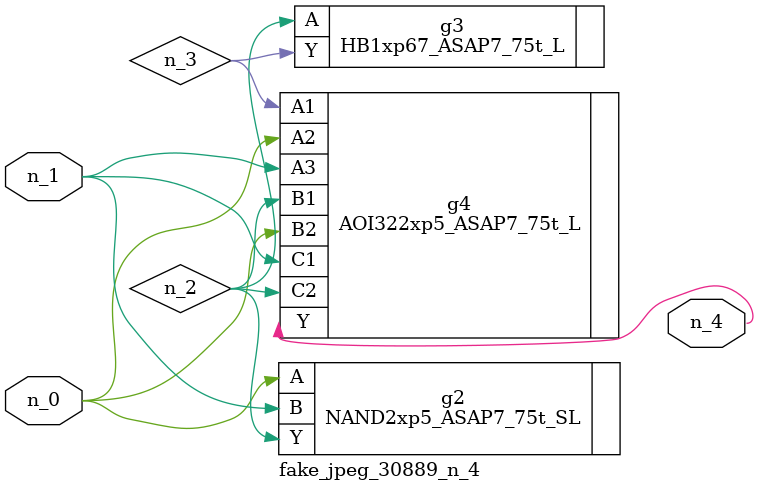
<source format=v>
module fake_jpeg_30889_n_4 (n_0, n_1, n_4);

input n_0;
input n_1;

output n_4;

wire n_2;
wire n_3;

NAND2xp5_ASAP7_75t_SL g2 ( 
.A(n_0),
.B(n_1),
.Y(n_2)
);

HB1xp67_ASAP7_75t_L g3 ( 
.A(n_2),
.Y(n_3)
);

AOI322xp5_ASAP7_75t_L g4 ( 
.A1(n_3),
.A2(n_0),
.A3(n_1),
.B1(n_2),
.B2(n_0),
.C1(n_1),
.C2(n_2),
.Y(n_4)
);


endmodule
</source>
